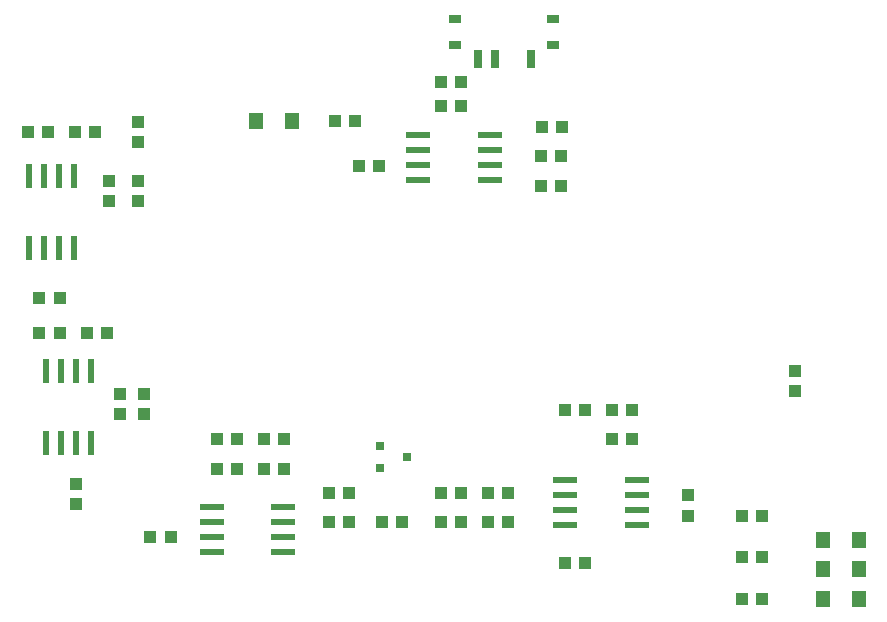
<source format=gbr>
G04 #@! TF.GenerationSoftware,KiCad,Pcbnew,(5.0.0)*
G04 #@! TF.CreationDate,2020-02-21T08:35:06-08:00*
G04 #@! TF.ProjectId,spirometer_v1_2psensors,737069726F6D657465725F76315F3270,rev?*
G04 #@! TF.SameCoordinates,Original*
G04 #@! TF.FileFunction,Paste,Top*
G04 #@! TF.FilePolarity,Positive*
%FSLAX46Y46*%
G04 Gerber Fmt 4.6, Leading zero omitted, Abs format (unit mm)*
G04 Created by KiCad (PCBNEW (5.0.0)) date 02/21/20 08:35:06*
%MOMM*%
%LPD*%
G01*
G04 APERTURE LIST*
%ADD10R,1.200000X1.400000*%
%ADD11R,0.700000X1.500000*%
%ADD12R,1.000000X0.800000*%
%ADD13R,0.500000X2.000000*%
%ADD14R,1.100000X1.000000*%
%ADD15R,1.000000X1.100000*%
%ADD16R,2.000000X0.500000*%
%ADD17R,0.760000X0.760000*%
G04 APERTURE END LIST*
D10*
G04 #@! TO.C,LED1*
X183751100Y-124003600D03*
X180751100Y-124003600D03*
G04 #@! TD*
G04 #@! TO.C,LED2*
X183751100Y-126503600D03*
X180751100Y-126503600D03*
G04 #@! TD*
G04 #@! TO.C,LED3*
X183751100Y-129003600D03*
X180751100Y-129003600D03*
G04 #@! TD*
D11*
G04 #@! TO.C,U$1*
X151501100Y-83253600D03*
X153001100Y-83253600D03*
X156001100Y-83253600D03*
D12*
X149601100Y-82103600D03*
X149601100Y-79903600D03*
X157901100Y-79903600D03*
X157901100Y-82103600D03*
G04 #@! TD*
D13*
G04 #@! TO.C,U$5*
X118791100Y-115773600D03*
X117521100Y-115773600D03*
X116251100Y-115773600D03*
X114981100Y-115773600D03*
X114981100Y-109693600D03*
X116251100Y-109693600D03*
X117521100Y-109693600D03*
X118791100Y-109693600D03*
G04 #@! TD*
D14*
G04 #@! TO.C,R1*
X118401100Y-106503600D03*
X120101100Y-106503600D03*
G04 #@! TD*
D15*
G04 #@! TO.C,R2*
X121251100Y-113353600D03*
X121251100Y-111653600D03*
G04 #@! TD*
G04 #@! TO.C,C1*
X123251100Y-113353600D03*
X123251100Y-111653600D03*
G04 #@! TD*
D14*
G04 #@! TO.C,C2*
X116101100Y-106503600D03*
X114401100Y-106503600D03*
G04 #@! TD*
D15*
G04 #@! TO.C,C3*
X117525900Y-119296800D03*
X117525900Y-120996800D03*
G04 #@! TD*
D16*
G04 #@! TO.C,U$6*
X128981100Y-125043600D03*
X128981100Y-123773600D03*
X128981100Y-122503600D03*
X128981100Y-121233600D03*
X135061100Y-121233600D03*
X135061100Y-122503600D03*
X135061100Y-123773600D03*
X135061100Y-125043600D03*
G04 #@! TD*
D13*
G04 #@! TO.C,U$7*
X117291100Y-99273600D03*
X116021100Y-99273600D03*
X114751100Y-99273600D03*
X113481100Y-99273600D03*
X113481100Y-93193600D03*
X114751100Y-93193600D03*
X116021100Y-93193600D03*
X117291100Y-93193600D03*
G04 #@! TD*
D17*
G04 #@! TO.C,U$8*
X145541100Y-117003600D03*
X143251100Y-116053600D03*
X143251100Y-117953600D03*
G04 #@! TD*
D14*
G04 #@! TO.C,R3*
X138901100Y-122503600D03*
X140601100Y-122503600D03*
G04 #@! TD*
G04 #@! TO.C,R4*
X129401100Y-115503600D03*
X131101100Y-115503600D03*
G04 #@! TD*
G04 #@! TO.C,R5*
X133401100Y-115503600D03*
X135101100Y-115503600D03*
G04 #@! TD*
G04 #@! TO.C,R6*
X143401100Y-122503600D03*
X145101100Y-122503600D03*
G04 #@! TD*
D15*
G04 #@! TO.C,R7*
X122751100Y-90353600D03*
X122751100Y-88653600D03*
G04 #@! TD*
D14*
G04 #@! TO.C,R8*
X119101100Y-89503600D03*
X117401100Y-89503600D03*
G04 #@! TD*
D15*
G04 #@! TO.C,R9*
X120251100Y-95353600D03*
X120251100Y-93653600D03*
G04 #@! TD*
G04 #@! TO.C,C4*
X122751100Y-95353600D03*
X122751100Y-93653600D03*
G04 #@! TD*
D14*
G04 #@! TO.C,C5*
X133401100Y-118003600D03*
X135101100Y-118003600D03*
G04 #@! TD*
G04 #@! TO.C,C6*
X131101100Y-118003600D03*
X129401100Y-118003600D03*
G04 #@! TD*
G04 #@! TO.C,C7*
X140601100Y-120003600D03*
X138901100Y-120003600D03*
G04 #@! TD*
G04 #@! TO.C,C8*
X125499500Y-123749600D03*
X123799500Y-123749600D03*
G04 #@! TD*
G04 #@! TO.C,C9*
X115101100Y-89503600D03*
X113401100Y-89503600D03*
G04 #@! TD*
G04 #@! TO.C,C10*
X114401100Y-103503600D03*
X116101100Y-103503600D03*
G04 #@! TD*
D16*
G04 #@! TO.C,U$9*
X165021100Y-118963600D03*
X165021100Y-120233600D03*
X165021100Y-121503600D03*
X165021100Y-122773600D03*
X158941100Y-122773600D03*
X158941100Y-121503600D03*
X158941100Y-120233600D03*
X158941100Y-118963600D03*
G04 #@! TD*
G04 #@! TO.C,U$10*
X146481100Y-93543600D03*
X146481100Y-92273600D03*
X146481100Y-91003600D03*
X146481100Y-89733600D03*
X152561100Y-89733600D03*
X152561100Y-91003600D03*
X152561100Y-92273600D03*
X152561100Y-93543600D03*
G04 #@! TD*
D14*
G04 #@! TO.C,R10*
X154101100Y-122503600D03*
X152401100Y-122503600D03*
G04 #@! TD*
G04 #@! TO.C,R11*
X150101100Y-122503600D03*
X148401100Y-122503600D03*
G04 #@! TD*
G04 #@! TO.C,R12*
X154101100Y-120003600D03*
X152401100Y-120003600D03*
G04 #@! TD*
G04 #@! TO.C,R13*
X150101100Y-120003600D03*
X148401100Y-120003600D03*
G04 #@! TD*
G04 #@! TO.C,R14*
X160601100Y-113003600D03*
X158901100Y-113003600D03*
G04 #@! TD*
G04 #@! TO.C,R15*
X164601100Y-113003600D03*
X162901100Y-113003600D03*
G04 #@! TD*
G04 #@! TO.C,R16*
X156901100Y-94003600D03*
X158601100Y-94003600D03*
G04 #@! TD*
G04 #@! TO.C,R17*
X156901100Y-91503600D03*
X158601100Y-91503600D03*
G04 #@! TD*
G04 #@! TO.C,R18*
X148401100Y-85253600D03*
X150101100Y-85253600D03*
G04 #@! TD*
G04 #@! TO.C,C11*
X164601100Y-115503600D03*
X162901100Y-115503600D03*
G04 #@! TD*
G04 #@! TO.C,C12*
X148401100Y-87253600D03*
X150101100Y-87253600D03*
G04 #@! TD*
G04 #@! TO.C,C13*
X160601100Y-126003600D03*
X158901100Y-126003600D03*
G04 #@! TD*
D15*
G04 #@! TO.C,C14*
X169345500Y-120247600D03*
X169345500Y-121947600D03*
G04 #@! TD*
D14*
G04 #@! TO.C,C15*
X158677100Y-89087600D03*
X156977100Y-89087600D03*
G04 #@! TD*
G04 #@! TO.C,C16*
X143183100Y-92349600D03*
X141483100Y-92349600D03*
G04 #@! TD*
G04 #@! TO.C,R19*
X175601100Y-121987600D03*
X173901100Y-121987600D03*
G04 #@! TD*
G04 #@! TO.C,R20*
X175601100Y-125495600D03*
X173901100Y-125495600D03*
G04 #@! TD*
G04 #@! TO.C,R21*
X175601100Y-129003600D03*
X173901100Y-129003600D03*
G04 #@! TD*
D15*
G04 #@! TO.C,C17*
X178345900Y-111386000D03*
X178345900Y-109686000D03*
G04 #@! TD*
D10*
G04 #@! TO.C,LED4*
X132751100Y-88503600D03*
X135751100Y-88503600D03*
G04 #@! TD*
D14*
G04 #@! TO.C,R22*
X139401100Y-88503600D03*
X141101100Y-88503600D03*
G04 #@! TD*
M02*

</source>
